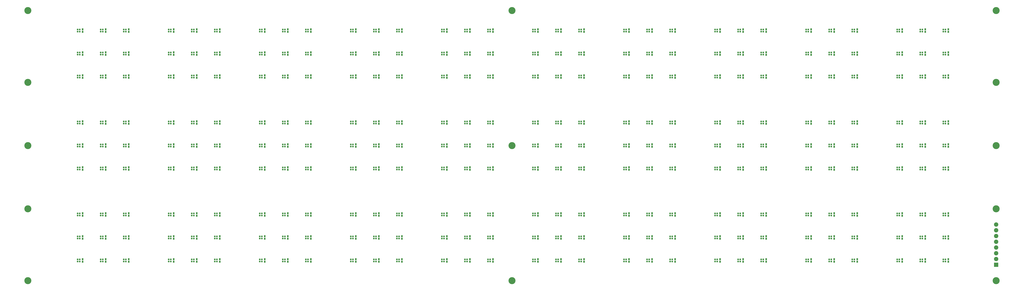
<source format=gts>
G04 Layer: TopSolderMaskLayer*
G04 EasyEDA v6.5.34, 2023-08-22 01:37:47*
G04 38117919441e4a75b8342165e9f31c87,5a6b42c53f6a479593ecc07194224c93,10*
G04 Gerber Generator version 0.2*
G04 Scale: 100 percent, Rotated: No, Reflected: No *
G04 Dimensions in millimeters *
G04 leading zeros omitted , absolute positions ,4 integer and 5 decimal *
%FSLAX45Y45*%
%MOMM*%

%AMMACRO1*1,1,$1,$2,$3*1,1,$1,$4,$5*1,1,$1,0-$2,0-$3*1,1,$1,0-$4,0-$5*20,1,$1,$2,$3,$4,$5,0*20,1,$1,$4,$5,0-$2,0-$3,0*20,1,$1,0-$2,0-$3,0-$4,0-$5,0*20,1,$1,0-$4,0-$5,$2,$3,0*4,1,4,$2,$3,$4,$5,0-$2,0-$3,0-$4,0-$5,$2,$3,0*%
%ADD10MACRO1,0.1016X-0.275X-0.275X-0.275X0.275*%
%ADD11MACRO1,0.1016X0.27X-0.395X-0.27X-0.395*%
%ADD12MACRO1,0.1016X0.27X0.395X-0.27X0.395*%
%ADD13MACRO1,0.1016X0.9X-0.9X0.9X0.9*%
%ADD14C,1.9016*%
%ADD15C,3.1016*%
%ADD16C,0.0125*%

%LPD*%
D10*
G01*
X35106008Y1571517D03*
G01*
X35106008Y1476495D03*
G01*
X35201024Y1476495D03*
G01*
X35201029Y1571518D03*
G01*
X35106008Y2587514D03*
G01*
X35106008Y2492493D03*
G01*
X35201024Y2492493D03*
G01*
X35201029Y2587515D03*
G01*
X35106008Y3603511D03*
G01*
X35106008Y3508490D03*
G01*
X35201024Y3508490D03*
G01*
X35201029Y3603513D03*
G01*
X34090010Y1571517D03*
G01*
X34090010Y1476495D03*
G01*
X34185026Y1476495D03*
G01*
X34185031Y1571518D03*
G01*
X34090010Y2587514D03*
G01*
X34090010Y2492493D03*
G01*
X34185026Y2492493D03*
G01*
X34185031Y2587515D03*
G01*
X34090010Y3603511D03*
G01*
X34090010Y3508490D03*
G01*
X34185026Y3508490D03*
G01*
X34185031Y3603513D03*
G01*
X33074013Y1571517D03*
G01*
X33074013Y1476495D03*
G01*
X33169029Y1476495D03*
G01*
X33169034Y1571518D03*
G01*
X33074013Y2587514D03*
G01*
X33074013Y2492493D03*
G01*
X33169029Y2492493D03*
G01*
X33169034Y2587515D03*
G01*
X33074013Y3603511D03*
G01*
X33074013Y3508490D03*
G01*
X33169029Y3508490D03*
G01*
X33169034Y3603513D03*
D11*
G01*
X33299333Y3610498D03*
D12*
G01*
X33299333Y3501486D03*
D11*
G01*
X33299333Y2594500D03*
D12*
G01*
X33299333Y2485489D03*
D11*
G01*
X33299333Y1578503D03*
D12*
G01*
X33299333Y1469491D03*
D11*
G01*
X34315333Y3610498D03*
D12*
G01*
X34315333Y3501486D03*
D11*
G01*
X34315333Y2594500D03*
D12*
G01*
X34315333Y2485489D03*
D11*
G01*
X34315333Y1578503D03*
D12*
G01*
X34315333Y1469491D03*
D11*
G01*
X35331331Y3610498D03*
D12*
G01*
X35331331Y3501486D03*
D11*
G01*
X35331331Y2594500D03*
D12*
G01*
X35331331Y2485489D03*
D11*
G01*
X35331331Y1578503D03*
D12*
G01*
X35331331Y1469491D03*
D10*
G01*
X31092815Y1571517D03*
G01*
X31092815Y1476495D03*
G01*
X31187831Y1476495D03*
G01*
X31187837Y1571518D03*
G01*
X31092815Y2587514D03*
G01*
X31092815Y2492493D03*
G01*
X31187831Y2492493D03*
G01*
X31187837Y2587515D03*
G01*
X31092815Y3603511D03*
G01*
X31092815Y3508490D03*
G01*
X31187831Y3508490D03*
G01*
X31187837Y3603513D03*
G01*
X30076818Y1571517D03*
G01*
X30076818Y1476495D03*
G01*
X30171834Y1476495D03*
G01*
X30171839Y1571518D03*
G01*
X30076818Y2587514D03*
G01*
X30076818Y2492493D03*
G01*
X30171834Y2492493D03*
G01*
X30171839Y2587515D03*
G01*
X30076818Y3603511D03*
G01*
X30076818Y3508490D03*
G01*
X30171834Y3508490D03*
G01*
X30171839Y3603513D03*
G01*
X29060820Y1571517D03*
G01*
X29060820Y1476495D03*
G01*
X29155837Y1476495D03*
G01*
X29155842Y1571518D03*
G01*
X29060820Y2587514D03*
G01*
X29060820Y2492493D03*
G01*
X29155837Y2492493D03*
G01*
X29155842Y2587515D03*
G01*
X29060820Y3603511D03*
G01*
X29060820Y3508490D03*
G01*
X29155837Y3508490D03*
G01*
X29155842Y3603513D03*
D11*
G01*
X29286141Y3610498D03*
D12*
G01*
X29286141Y3501486D03*
D11*
G01*
X29286141Y2594500D03*
D12*
G01*
X29286141Y2485489D03*
D11*
G01*
X29286141Y1578503D03*
D12*
G01*
X29286141Y1469491D03*
D11*
G01*
X30302141Y3610498D03*
D12*
G01*
X30302141Y3501486D03*
D11*
G01*
X30302141Y2594500D03*
D12*
G01*
X30302141Y2485489D03*
D11*
G01*
X30302141Y1578503D03*
D12*
G01*
X30302141Y1469491D03*
D11*
G01*
X31318139Y3610498D03*
D12*
G01*
X31318139Y3501486D03*
D11*
G01*
X31318139Y2594500D03*
D12*
G01*
X31318139Y2485489D03*
D11*
G01*
X31318139Y1578503D03*
D12*
G01*
X31318139Y1469491D03*
D10*
G01*
X27079623Y1571517D03*
G01*
X27079623Y1476495D03*
G01*
X27174639Y1476495D03*
G01*
X27174644Y1571518D03*
G01*
X27079623Y2587514D03*
G01*
X27079623Y2492493D03*
G01*
X27174639Y2492493D03*
G01*
X27174644Y2587515D03*
G01*
X27079623Y3603511D03*
G01*
X27079623Y3508490D03*
G01*
X27174639Y3508490D03*
G01*
X27174644Y3603513D03*
G01*
X26063625Y1571517D03*
G01*
X26063625Y1476495D03*
G01*
X26158642Y1476495D03*
G01*
X26158647Y1571518D03*
G01*
X26063625Y2587514D03*
G01*
X26063625Y2492493D03*
G01*
X26158642Y2492493D03*
G01*
X26158647Y2587515D03*
G01*
X26063625Y3603511D03*
G01*
X26063625Y3508490D03*
G01*
X26158642Y3508490D03*
G01*
X26158647Y3603513D03*
G01*
X25047628Y1571517D03*
G01*
X25047628Y1476495D03*
G01*
X25142644Y1476495D03*
G01*
X25142649Y1571518D03*
G01*
X25047628Y2587514D03*
G01*
X25047628Y2492493D03*
G01*
X25142644Y2492493D03*
G01*
X25142649Y2587515D03*
G01*
X25047628Y3603511D03*
G01*
X25047628Y3508490D03*
G01*
X25142644Y3508490D03*
G01*
X25142649Y3603513D03*
D11*
G01*
X25272949Y3610498D03*
D12*
G01*
X25272949Y3501486D03*
D11*
G01*
X25272949Y2594500D03*
D12*
G01*
X25272949Y2485489D03*
D11*
G01*
X25272949Y1578503D03*
D12*
G01*
X25272949Y1469491D03*
D11*
G01*
X26288949Y3610498D03*
D12*
G01*
X26288949Y3501486D03*
D11*
G01*
X26288949Y2594500D03*
D12*
G01*
X26288949Y2485489D03*
D11*
G01*
X26288949Y1578503D03*
D12*
G01*
X26288949Y1469491D03*
D11*
G01*
X27304946Y3610498D03*
D12*
G01*
X27304946Y3501486D03*
D11*
G01*
X27304946Y2594500D03*
D12*
G01*
X27304946Y2485489D03*
D11*
G01*
X27304946Y1578503D03*
D12*
G01*
X27304946Y1469491D03*
D10*
G01*
X23066430Y1571517D03*
G01*
X23066430Y1476495D03*
G01*
X23161447Y1476495D03*
G01*
X23161452Y1571518D03*
G01*
X23066430Y2587514D03*
G01*
X23066430Y2492493D03*
G01*
X23161447Y2492493D03*
G01*
X23161452Y2587515D03*
G01*
X23066430Y3603511D03*
G01*
X23066430Y3508490D03*
G01*
X23161447Y3508490D03*
G01*
X23161452Y3603513D03*
G01*
X22050433Y1571517D03*
G01*
X22050433Y1476495D03*
G01*
X22145449Y1476495D03*
G01*
X22145454Y1571518D03*
G01*
X22050433Y2587514D03*
G01*
X22050433Y2492493D03*
G01*
X22145449Y2492493D03*
G01*
X22145454Y2587515D03*
G01*
X22050433Y3603511D03*
G01*
X22050433Y3508490D03*
G01*
X22145449Y3508490D03*
G01*
X22145454Y3603513D03*
G01*
X21034435Y1571517D03*
G01*
X21034435Y1476495D03*
G01*
X21129452Y1476495D03*
G01*
X21129457Y1571518D03*
G01*
X21034435Y2587514D03*
G01*
X21034435Y2492493D03*
G01*
X21129452Y2492493D03*
G01*
X21129457Y2587515D03*
G01*
X21034435Y3603511D03*
G01*
X21034435Y3508490D03*
G01*
X21129452Y3508490D03*
G01*
X21129457Y3603513D03*
D11*
G01*
X21259756Y3610498D03*
D12*
G01*
X21259756Y3501486D03*
D11*
G01*
X21259756Y2594500D03*
D12*
G01*
X21259756Y2485489D03*
D11*
G01*
X21259756Y1578503D03*
D12*
G01*
X21259756Y1469491D03*
D11*
G01*
X22275756Y3610498D03*
D12*
G01*
X22275756Y3501486D03*
D11*
G01*
X22275756Y2594500D03*
D12*
G01*
X22275756Y2485489D03*
D11*
G01*
X22275756Y1578503D03*
D12*
G01*
X22275756Y1469491D03*
D11*
G01*
X23291754Y3610498D03*
D12*
G01*
X23291754Y3501486D03*
D11*
G01*
X23291754Y2594500D03*
D12*
G01*
X23291754Y2485489D03*
D11*
G01*
X23291754Y1578503D03*
D12*
G01*
X23291754Y1469491D03*
D10*
G01*
X19053238Y1571517D03*
G01*
X19053238Y1476495D03*
G01*
X19148254Y1476495D03*
G01*
X19148259Y1571518D03*
G01*
X19053238Y2587514D03*
G01*
X19053238Y2492493D03*
G01*
X19148254Y2492493D03*
G01*
X19148259Y2587515D03*
G01*
X19053238Y3603511D03*
G01*
X19053238Y3508490D03*
G01*
X19148254Y3508490D03*
G01*
X19148259Y3603513D03*
G01*
X18037241Y1571517D03*
G01*
X18037241Y1476495D03*
G01*
X18132257Y1476495D03*
G01*
X18132262Y1571518D03*
G01*
X18037241Y2587514D03*
G01*
X18037241Y2492493D03*
G01*
X18132257Y2492493D03*
G01*
X18132262Y2587515D03*
G01*
X18037241Y3603511D03*
G01*
X18037241Y3508490D03*
G01*
X18132257Y3508490D03*
G01*
X18132262Y3603513D03*
G01*
X17021243Y1571517D03*
G01*
X17021243Y1476495D03*
G01*
X17116259Y1476495D03*
G01*
X17116264Y1571518D03*
G01*
X17021243Y2587514D03*
G01*
X17021243Y2492493D03*
G01*
X17116259Y2492493D03*
G01*
X17116264Y2587515D03*
G01*
X17021243Y3603511D03*
G01*
X17021243Y3508490D03*
G01*
X17116259Y3508490D03*
G01*
X17116264Y3603513D03*
D11*
G01*
X17246564Y3610498D03*
D12*
G01*
X17246564Y3501486D03*
D11*
G01*
X17246564Y2594500D03*
D12*
G01*
X17246564Y2485489D03*
D11*
G01*
X17246564Y1578503D03*
D12*
G01*
X17246564Y1469491D03*
D11*
G01*
X18262564Y3610498D03*
D12*
G01*
X18262564Y3501486D03*
D11*
G01*
X18262564Y2594500D03*
D12*
G01*
X18262564Y2485489D03*
D11*
G01*
X18262564Y1578503D03*
D12*
G01*
X18262564Y1469491D03*
D11*
G01*
X19278561Y3610498D03*
D12*
G01*
X19278561Y3501486D03*
D11*
G01*
X19278561Y2594500D03*
D12*
G01*
X19278561Y2485489D03*
D11*
G01*
X19278561Y1578503D03*
D12*
G01*
X19278561Y1469491D03*
D10*
G01*
X15040048Y1571517D03*
G01*
X15040048Y1476495D03*
G01*
X15135064Y1476495D03*
G01*
X15135070Y1571518D03*
G01*
X15040048Y2587514D03*
G01*
X15040048Y2492493D03*
G01*
X15135064Y2492493D03*
G01*
X15135070Y2587515D03*
G01*
X15040048Y3603511D03*
G01*
X15040048Y3508490D03*
G01*
X15135064Y3508490D03*
G01*
X15135070Y3603513D03*
G01*
X14024051Y1571517D03*
G01*
X14024051Y1476495D03*
G01*
X14119067Y1476495D03*
G01*
X14119072Y1571518D03*
G01*
X14024051Y2587514D03*
G01*
X14024051Y2492493D03*
G01*
X14119067Y2492493D03*
G01*
X14119072Y2587515D03*
G01*
X14024051Y3603511D03*
G01*
X14024051Y3508490D03*
G01*
X14119067Y3508490D03*
G01*
X14119072Y3603513D03*
G01*
X13008053Y1571517D03*
G01*
X13008053Y1476495D03*
G01*
X13103070Y1476495D03*
G01*
X13103075Y1571518D03*
G01*
X13008053Y2587514D03*
G01*
X13008053Y2492493D03*
G01*
X13103070Y2492493D03*
G01*
X13103075Y2587515D03*
G01*
X13008053Y3603511D03*
G01*
X13008053Y3508490D03*
G01*
X13103070Y3508490D03*
G01*
X13103075Y3603513D03*
D11*
G01*
X13233374Y3610498D03*
D12*
G01*
X13233374Y3501486D03*
D11*
G01*
X13233374Y2594500D03*
D12*
G01*
X13233374Y2485489D03*
D11*
G01*
X13233374Y1578503D03*
D12*
G01*
X13233374Y1469491D03*
D11*
G01*
X14249374Y3610498D03*
D12*
G01*
X14249374Y3501486D03*
D11*
G01*
X14249374Y2594500D03*
D12*
G01*
X14249374Y2485489D03*
D11*
G01*
X14249374Y1578503D03*
D12*
G01*
X14249374Y1469491D03*
D11*
G01*
X15265372Y3610498D03*
D12*
G01*
X15265372Y3501486D03*
D11*
G01*
X15265372Y2594500D03*
D12*
G01*
X15265372Y2485489D03*
D11*
G01*
X15265372Y1578503D03*
D12*
G01*
X15265372Y1469491D03*
D10*
G01*
X11026856Y1571517D03*
G01*
X11026856Y1476495D03*
G01*
X11121872Y1476495D03*
G01*
X11121877Y1571518D03*
G01*
X11026856Y2587514D03*
G01*
X11026856Y2492493D03*
G01*
X11121872Y2492493D03*
G01*
X11121877Y2587515D03*
G01*
X11026856Y3603511D03*
G01*
X11026856Y3508490D03*
G01*
X11121872Y3508490D03*
G01*
X11121877Y3603513D03*
G01*
X10010858Y1571517D03*
G01*
X10010858Y1476495D03*
G01*
X10105875Y1476495D03*
G01*
X10105880Y1571518D03*
G01*
X10010858Y2587514D03*
G01*
X10010858Y2492493D03*
G01*
X10105875Y2492493D03*
G01*
X10105880Y2587515D03*
G01*
X10010858Y3603511D03*
G01*
X10010858Y3508490D03*
G01*
X10105875Y3508490D03*
G01*
X10105880Y3603513D03*
G01*
X8994861Y1571517D03*
G01*
X8994861Y1476495D03*
G01*
X9089877Y1476495D03*
G01*
X9089882Y1571518D03*
G01*
X8994861Y2587514D03*
G01*
X8994861Y2492493D03*
G01*
X9089877Y2492493D03*
G01*
X9089882Y2587515D03*
G01*
X8994861Y3603511D03*
G01*
X8994861Y3508490D03*
G01*
X9089877Y3508490D03*
G01*
X9089882Y3603513D03*
D11*
G01*
X9220182Y3610498D03*
D12*
G01*
X9220182Y3501486D03*
D11*
G01*
X9220182Y2594500D03*
D12*
G01*
X9220182Y2485489D03*
D11*
G01*
X9220182Y1578503D03*
D12*
G01*
X9220182Y1469491D03*
D11*
G01*
X10236182Y3610498D03*
D12*
G01*
X10236182Y3501486D03*
D11*
G01*
X10236182Y2594500D03*
D12*
G01*
X10236182Y2485489D03*
D11*
G01*
X10236182Y1578503D03*
D12*
G01*
X10236182Y1469491D03*
D11*
G01*
X11252179Y3610498D03*
D12*
G01*
X11252179Y3501486D03*
D11*
G01*
X11252179Y2594500D03*
D12*
G01*
X11252179Y2485489D03*
D11*
G01*
X11252179Y1578503D03*
D12*
G01*
X11252179Y1469491D03*
D10*
G01*
X7013663Y1571517D03*
G01*
X7013663Y1476495D03*
G01*
X7108680Y1476495D03*
G01*
X7108685Y1571518D03*
G01*
X7013663Y2587514D03*
G01*
X7013663Y2492493D03*
G01*
X7108680Y2492493D03*
G01*
X7108685Y2587515D03*
G01*
X7013663Y3603511D03*
G01*
X7013663Y3508490D03*
G01*
X7108680Y3508490D03*
G01*
X7108685Y3603513D03*
G01*
X5997666Y1571517D03*
G01*
X5997666Y1476495D03*
G01*
X6092682Y1476495D03*
G01*
X6092687Y1571518D03*
G01*
X5997666Y2587514D03*
G01*
X5997666Y2492493D03*
G01*
X6092682Y2492493D03*
G01*
X6092687Y2587515D03*
G01*
X5997666Y3603511D03*
G01*
X5997666Y3508490D03*
G01*
X6092682Y3508490D03*
G01*
X6092687Y3603513D03*
G01*
X4981668Y1571517D03*
G01*
X4981668Y1476495D03*
G01*
X5076685Y1476495D03*
G01*
X5076690Y1571518D03*
G01*
X4981668Y2587514D03*
G01*
X4981668Y2492493D03*
G01*
X5076685Y2492493D03*
G01*
X5076690Y2587515D03*
G01*
X4981668Y3603511D03*
G01*
X4981668Y3508490D03*
G01*
X5076685Y3508490D03*
G01*
X5076690Y3603513D03*
D11*
G01*
X5206989Y3610498D03*
D12*
G01*
X5206989Y3501486D03*
D11*
G01*
X5206989Y2594500D03*
D12*
G01*
X5206989Y2485489D03*
D11*
G01*
X5206989Y1578503D03*
D12*
G01*
X5206989Y1469491D03*
D11*
G01*
X6222989Y3610498D03*
D12*
G01*
X6222989Y3501486D03*
D11*
G01*
X6222989Y2594500D03*
D12*
G01*
X6222989Y2485489D03*
D11*
G01*
X6222989Y1578503D03*
D12*
G01*
X6222989Y1469491D03*
D11*
G01*
X7238987Y3610498D03*
D12*
G01*
X7238987Y3501486D03*
D11*
G01*
X7238987Y2594500D03*
D12*
G01*
X7238987Y2485489D03*
D11*
G01*
X7238987Y1578503D03*
D12*
G01*
X7238987Y1469491D03*
D10*
G01*
X43132390Y5635509D03*
G01*
X43132390Y5540488D03*
G01*
X43227406Y5540488D03*
G01*
X43227411Y5635510D03*
G01*
X43132390Y6651506D03*
G01*
X43132390Y6556485D03*
G01*
X43227406Y6556485D03*
G01*
X43227411Y6651508D03*
G01*
X43132390Y7667504D03*
G01*
X43132390Y7572482D03*
G01*
X43227406Y7572482D03*
G01*
X43227411Y7667505D03*
G01*
X42116392Y5635509D03*
G01*
X42116392Y5540488D03*
G01*
X42211409Y5540488D03*
G01*
X42211414Y5635510D03*
G01*
X42116392Y6651506D03*
G01*
X42116392Y6556485D03*
G01*
X42211409Y6556485D03*
G01*
X42211414Y6651508D03*
G01*
X42116392Y7667504D03*
G01*
X42116392Y7572482D03*
G01*
X42211409Y7572482D03*
G01*
X42211414Y7667505D03*
G01*
X41100395Y5635509D03*
G01*
X41100395Y5540488D03*
G01*
X41195411Y5540488D03*
G01*
X41195416Y5635510D03*
G01*
X41100395Y6651506D03*
G01*
X41100395Y6556485D03*
G01*
X41195411Y6556485D03*
G01*
X41195416Y6651508D03*
G01*
X41100395Y7667504D03*
G01*
X41100395Y7572482D03*
G01*
X41195411Y7572482D03*
G01*
X41195416Y7667505D03*
D11*
G01*
X41325716Y7674490D03*
D12*
G01*
X41325716Y7565478D03*
D11*
G01*
X41325716Y6658493D03*
D12*
G01*
X41325716Y6549481D03*
D11*
G01*
X41325716Y5642495D03*
D12*
G01*
X41325716Y5533483D03*
D11*
G01*
X42341716Y7674490D03*
D12*
G01*
X42341716Y7565478D03*
D11*
G01*
X42341716Y6658493D03*
D12*
G01*
X42341716Y6549481D03*
D11*
G01*
X42341716Y5642495D03*
D12*
G01*
X42341716Y5533483D03*
D11*
G01*
X43357713Y7674490D03*
D12*
G01*
X43357713Y7565478D03*
D11*
G01*
X43357713Y6658493D03*
D12*
G01*
X43357713Y6549481D03*
D11*
G01*
X43357713Y5642495D03*
D12*
G01*
X43357713Y5533483D03*
D10*
G01*
X39119200Y5635509D03*
G01*
X39119200Y5540488D03*
G01*
X39214216Y5540488D03*
G01*
X39214221Y5635510D03*
G01*
X39119200Y6651506D03*
G01*
X39119200Y6556485D03*
G01*
X39214216Y6556485D03*
G01*
X39214221Y6651508D03*
G01*
X39119200Y7667504D03*
G01*
X39119200Y7572482D03*
G01*
X39214216Y7572482D03*
G01*
X39214221Y7667505D03*
G01*
X38103202Y5635509D03*
G01*
X38103202Y5540488D03*
G01*
X38198219Y5540488D03*
G01*
X38198224Y5635510D03*
G01*
X38103202Y6651506D03*
G01*
X38103202Y6556485D03*
G01*
X38198219Y6556485D03*
G01*
X38198224Y6651508D03*
G01*
X38103202Y7667504D03*
G01*
X38103202Y7572482D03*
G01*
X38198219Y7572482D03*
G01*
X38198224Y7667505D03*
G01*
X37087205Y5635509D03*
G01*
X37087205Y5540488D03*
G01*
X37182221Y5540488D03*
G01*
X37182226Y5635510D03*
G01*
X37087205Y6651506D03*
G01*
X37087205Y6556485D03*
G01*
X37182221Y6556485D03*
G01*
X37182226Y6651508D03*
G01*
X37087205Y7667504D03*
G01*
X37087205Y7572482D03*
G01*
X37182221Y7572482D03*
G01*
X37182226Y7667505D03*
D11*
G01*
X37312526Y7674490D03*
D12*
G01*
X37312526Y7565478D03*
D11*
G01*
X37312526Y6658493D03*
D12*
G01*
X37312526Y6549481D03*
D11*
G01*
X37312526Y5642495D03*
D12*
G01*
X37312526Y5533483D03*
D11*
G01*
X38328526Y7674490D03*
D12*
G01*
X38328526Y7565478D03*
D11*
G01*
X38328526Y6658493D03*
D12*
G01*
X38328526Y6549481D03*
D11*
G01*
X38328526Y5642495D03*
D12*
G01*
X38328526Y5533483D03*
D11*
G01*
X39344523Y7674490D03*
D12*
G01*
X39344523Y7565478D03*
D11*
G01*
X39344523Y6658493D03*
D12*
G01*
X39344523Y6549481D03*
D11*
G01*
X39344523Y5642495D03*
D12*
G01*
X39344523Y5533483D03*
D10*
G01*
X35106008Y5635509D03*
G01*
X35106008Y5540488D03*
G01*
X35201024Y5540488D03*
G01*
X35201029Y5635510D03*
G01*
X35106008Y6651506D03*
G01*
X35106008Y6556485D03*
G01*
X35201024Y6556485D03*
G01*
X35201029Y6651508D03*
G01*
X35106008Y7667504D03*
G01*
X35106008Y7572482D03*
G01*
X35201024Y7572482D03*
G01*
X35201029Y7667505D03*
G01*
X34090010Y5635509D03*
G01*
X34090010Y5540488D03*
G01*
X34185026Y5540488D03*
G01*
X34185031Y5635510D03*
G01*
X34090010Y6651506D03*
G01*
X34090010Y6556485D03*
G01*
X34185026Y6556485D03*
G01*
X34185031Y6651508D03*
G01*
X34090010Y7667504D03*
G01*
X34090010Y7572482D03*
G01*
X34185026Y7572482D03*
G01*
X34185031Y7667505D03*
G01*
X33074013Y5635509D03*
G01*
X33074013Y5540488D03*
G01*
X33169029Y5540488D03*
G01*
X33169034Y5635510D03*
G01*
X33074013Y6651506D03*
G01*
X33074013Y6556485D03*
G01*
X33169029Y6556485D03*
G01*
X33169034Y6651508D03*
G01*
X33074013Y7667504D03*
G01*
X33074013Y7572482D03*
G01*
X33169029Y7572482D03*
G01*
X33169034Y7667505D03*
D11*
G01*
X33299333Y7674490D03*
D12*
G01*
X33299333Y7565478D03*
D11*
G01*
X33299333Y6658493D03*
D12*
G01*
X33299333Y6549481D03*
D11*
G01*
X33299333Y5642495D03*
D12*
G01*
X33299333Y5533483D03*
D11*
G01*
X34315333Y7674490D03*
D12*
G01*
X34315333Y7565478D03*
D11*
G01*
X34315333Y6658493D03*
D12*
G01*
X34315333Y6549481D03*
D11*
G01*
X34315333Y5642495D03*
D12*
G01*
X34315333Y5533483D03*
D11*
G01*
X35331331Y7674490D03*
D12*
G01*
X35331331Y7565478D03*
D11*
G01*
X35331331Y6658493D03*
D12*
G01*
X35331331Y6549481D03*
D11*
G01*
X35331331Y5642495D03*
D12*
G01*
X35331331Y5533483D03*
D10*
G01*
X31092815Y5635509D03*
G01*
X31092815Y5540488D03*
G01*
X31187831Y5540488D03*
G01*
X31187837Y5635510D03*
G01*
X31092815Y6651506D03*
G01*
X31092815Y6556485D03*
G01*
X31187831Y6556485D03*
G01*
X31187837Y6651508D03*
G01*
X31092815Y7667504D03*
G01*
X31092815Y7572482D03*
G01*
X31187831Y7572482D03*
G01*
X31187837Y7667505D03*
G01*
X30076818Y5635509D03*
G01*
X30076818Y5540488D03*
G01*
X30171834Y5540488D03*
G01*
X30171839Y5635510D03*
G01*
X30076818Y6651506D03*
G01*
X30076818Y6556485D03*
G01*
X30171834Y6556485D03*
G01*
X30171839Y6651508D03*
G01*
X30076818Y7667504D03*
G01*
X30076818Y7572482D03*
G01*
X30171834Y7572482D03*
G01*
X30171839Y7667505D03*
G01*
X29060820Y5635509D03*
G01*
X29060820Y5540488D03*
G01*
X29155837Y5540488D03*
G01*
X29155842Y5635510D03*
G01*
X29060820Y6651506D03*
G01*
X29060820Y6556485D03*
G01*
X29155837Y6556485D03*
G01*
X29155842Y6651508D03*
G01*
X29060820Y7667504D03*
G01*
X29060820Y7572482D03*
G01*
X29155837Y7572482D03*
G01*
X29155842Y7667505D03*
D11*
G01*
X29286141Y7674490D03*
D12*
G01*
X29286141Y7565478D03*
D11*
G01*
X29286141Y6658493D03*
D12*
G01*
X29286141Y6549481D03*
D11*
G01*
X29286141Y5642495D03*
D12*
G01*
X29286141Y5533483D03*
D11*
G01*
X30302141Y7674490D03*
D12*
G01*
X30302141Y7565478D03*
D11*
G01*
X30302141Y6658493D03*
D12*
G01*
X30302141Y6549481D03*
D11*
G01*
X30302141Y5642495D03*
D12*
G01*
X30302141Y5533483D03*
D11*
G01*
X31318139Y7674490D03*
D12*
G01*
X31318139Y7565478D03*
D11*
G01*
X31318139Y6658493D03*
D12*
G01*
X31318139Y6549481D03*
D11*
G01*
X31318139Y5642495D03*
D12*
G01*
X31318139Y5533483D03*
D10*
G01*
X27079623Y5635509D03*
G01*
X27079623Y5540488D03*
G01*
X27174639Y5540488D03*
G01*
X27174644Y5635510D03*
G01*
X27079623Y6651506D03*
G01*
X27079623Y6556485D03*
G01*
X27174639Y6556485D03*
G01*
X27174644Y6651508D03*
G01*
X27079623Y7667504D03*
G01*
X27079623Y7572482D03*
G01*
X27174639Y7572482D03*
G01*
X27174644Y7667505D03*
G01*
X26063625Y5635509D03*
G01*
X26063625Y5540488D03*
G01*
X26158642Y5540488D03*
G01*
X26158647Y5635510D03*
G01*
X26063625Y6651506D03*
G01*
X26063625Y6556485D03*
G01*
X26158642Y6556485D03*
G01*
X26158647Y6651508D03*
G01*
X26063625Y7667504D03*
G01*
X26063625Y7572482D03*
G01*
X26158642Y7572482D03*
G01*
X26158647Y7667505D03*
G01*
X25047628Y5635509D03*
G01*
X25047628Y5540488D03*
G01*
X25142644Y5540488D03*
G01*
X25142649Y5635510D03*
G01*
X25047628Y6651506D03*
G01*
X25047628Y6556485D03*
G01*
X25142644Y6556485D03*
G01*
X25142649Y6651508D03*
G01*
X25047628Y7667504D03*
G01*
X25047628Y7572482D03*
G01*
X25142644Y7572482D03*
G01*
X25142649Y7667505D03*
D11*
G01*
X25272949Y7674490D03*
D12*
G01*
X25272949Y7565478D03*
D11*
G01*
X25272949Y6658493D03*
D12*
G01*
X25272949Y6549481D03*
D11*
G01*
X25272949Y5642495D03*
D12*
G01*
X25272949Y5533483D03*
D11*
G01*
X26288949Y7674490D03*
D12*
G01*
X26288949Y7565478D03*
D11*
G01*
X26288949Y6658493D03*
D12*
G01*
X26288949Y6549481D03*
D11*
G01*
X26288949Y5642495D03*
D12*
G01*
X26288949Y5533483D03*
D11*
G01*
X27304946Y7674490D03*
D12*
G01*
X27304946Y7565478D03*
D11*
G01*
X27304946Y6658493D03*
D12*
G01*
X27304946Y6549481D03*
D11*
G01*
X27304946Y5642495D03*
D12*
G01*
X27304946Y5533483D03*
D10*
G01*
X23066430Y5635509D03*
G01*
X23066430Y5540488D03*
G01*
X23161447Y5540488D03*
G01*
X23161452Y5635510D03*
G01*
X23066430Y6651506D03*
G01*
X23066430Y6556485D03*
G01*
X23161447Y6556485D03*
G01*
X23161452Y6651508D03*
G01*
X23066430Y7667504D03*
G01*
X23066430Y7572482D03*
G01*
X23161447Y7572482D03*
G01*
X23161452Y7667505D03*
G01*
X22050433Y5635509D03*
G01*
X22050433Y5540488D03*
G01*
X22145449Y5540488D03*
G01*
X22145454Y5635510D03*
G01*
X22050433Y6651506D03*
G01*
X22050433Y6556485D03*
G01*
X22145449Y6556485D03*
G01*
X22145454Y6651508D03*
G01*
X22050433Y7667504D03*
G01*
X22050433Y7572482D03*
G01*
X22145449Y7572482D03*
G01*
X22145454Y7667505D03*
G01*
X21034435Y5635509D03*
G01*
X21034435Y5540488D03*
G01*
X21129452Y5540488D03*
G01*
X21129457Y5635510D03*
G01*
X21034435Y6651506D03*
G01*
X21034435Y6556485D03*
G01*
X21129452Y6556485D03*
G01*
X21129457Y6651508D03*
G01*
X21034435Y7667504D03*
G01*
X21034435Y7572482D03*
G01*
X21129452Y7572482D03*
G01*
X21129457Y7667505D03*
D11*
G01*
X21259756Y7674490D03*
D12*
G01*
X21259756Y7565478D03*
D11*
G01*
X21259756Y6658493D03*
D12*
G01*
X21259756Y6549481D03*
D11*
G01*
X21259756Y5642495D03*
D12*
G01*
X21259756Y5533483D03*
D11*
G01*
X22275756Y7674490D03*
D12*
G01*
X22275756Y7565478D03*
D11*
G01*
X22275756Y6658493D03*
D12*
G01*
X22275756Y6549481D03*
D11*
G01*
X22275756Y5642495D03*
D12*
G01*
X22275756Y5533483D03*
D11*
G01*
X23291754Y7674490D03*
D12*
G01*
X23291754Y7565478D03*
D11*
G01*
X23291754Y6658493D03*
D12*
G01*
X23291754Y6549481D03*
D11*
G01*
X23291754Y5642495D03*
D12*
G01*
X23291754Y5533483D03*
D10*
G01*
X19053238Y5635509D03*
G01*
X19053238Y5540488D03*
G01*
X19148254Y5540488D03*
G01*
X19148259Y5635510D03*
G01*
X19053238Y6651506D03*
G01*
X19053238Y6556485D03*
G01*
X19148254Y6556485D03*
G01*
X19148259Y6651508D03*
G01*
X19053238Y7667504D03*
G01*
X19053238Y7572482D03*
G01*
X19148254Y7572482D03*
G01*
X19148259Y7667505D03*
G01*
X18037241Y5635509D03*
G01*
X18037241Y5540488D03*
G01*
X18132257Y5540488D03*
G01*
X18132262Y5635510D03*
G01*
X18037241Y6651506D03*
G01*
X18037241Y6556485D03*
G01*
X18132257Y6556485D03*
G01*
X18132262Y6651508D03*
G01*
X18037241Y7667504D03*
G01*
X18037241Y7572482D03*
G01*
X18132257Y7572482D03*
G01*
X18132262Y7667505D03*
G01*
X17021243Y5635509D03*
G01*
X17021243Y5540488D03*
G01*
X17116259Y5540488D03*
G01*
X17116264Y5635510D03*
G01*
X17021243Y6651506D03*
G01*
X17021243Y6556485D03*
G01*
X17116259Y6556485D03*
G01*
X17116264Y6651508D03*
G01*
X17021243Y7667504D03*
G01*
X17021243Y7572482D03*
G01*
X17116259Y7572482D03*
G01*
X17116264Y7667505D03*
D11*
G01*
X17246564Y7674490D03*
D12*
G01*
X17246564Y7565478D03*
D11*
G01*
X17246564Y6658493D03*
D12*
G01*
X17246564Y6549481D03*
D11*
G01*
X17246564Y5642495D03*
D12*
G01*
X17246564Y5533483D03*
D11*
G01*
X18262564Y7674490D03*
D12*
G01*
X18262564Y7565478D03*
D11*
G01*
X18262564Y6658493D03*
D12*
G01*
X18262564Y6549481D03*
D11*
G01*
X18262564Y5642495D03*
D12*
G01*
X18262564Y5533483D03*
D11*
G01*
X19278561Y7674490D03*
D12*
G01*
X19278561Y7565478D03*
D11*
G01*
X19278561Y6658493D03*
D12*
G01*
X19278561Y6549481D03*
D11*
G01*
X19278561Y5642495D03*
D12*
G01*
X19278561Y5533483D03*
D10*
G01*
X15040048Y5635509D03*
G01*
X15040048Y5540488D03*
G01*
X15135064Y5540488D03*
G01*
X15135070Y5635510D03*
G01*
X15040048Y6651506D03*
G01*
X15040048Y6556485D03*
G01*
X15135064Y6556485D03*
G01*
X15135070Y6651508D03*
G01*
X15040048Y7667504D03*
G01*
X15040048Y7572482D03*
G01*
X15135064Y7572482D03*
G01*
X15135070Y7667505D03*
G01*
X14024051Y5635509D03*
G01*
X14024051Y5540488D03*
G01*
X14119067Y5540488D03*
G01*
X14119072Y5635510D03*
G01*
X14024051Y6651506D03*
G01*
X14024051Y6556485D03*
G01*
X14119067Y6556485D03*
G01*
X14119072Y6651508D03*
G01*
X14024051Y7667504D03*
G01*
X14024051Y7572482D03*
G01*
X14119067Y7572482D03*
G01*
X14119072Y7667505D03*
G01*
X13008053Y5635509D03*
G01*
X13008053Y5540488D03*
G01*
X13103070Y5540488D03*
G01*
X13103075Y5635510D03*
G01*
X13008053Y6651506D03*
G01*
X13008053Y6556485D03*
G01*
X13103070Y6556485D03*
G01*
X13103075Y6651508D03*
G01*
X13008053Y7667504D03*
G01*
X13008053Y7572482D03*
G01*
X13103070Y7572482D03*
G01*
X13103075Y7667505D03*
D11*
G01*
X13233374Y7674490D03*
D12*
G01*
X13233374Y7565478D03*
D11*
G01*
X13233374Y6658493D03*
D12*
G01*
X13233374Y6549481D03*
D11*
G01*
X13233374Y5642495D03*
D12*
G01*
X13233374Y5533483D03*
D11*
G01*
X14249374Y7674490D03*
D12*
G01*
X14249374Y7565478D03*
D11*
G01*
X14249374Y6658493D03*
D12*
G01*
X14249374Y6549481D03*
D11*
G01*
X14249374Y5642495D03*
D12*
G01*
X14249374Y5533483D03*
D11*
G01*
X15265372Y7674490D03*
D12*
G01*
X15265372Y7565478D03*
D11*
G01*
X15265372Y6658493D03*
D12*
G01*
X15265372Y6549481D03*
D11*
G01*
X15265372Y5642495D03*
D12*
G01*
X15265372Y5533483D03*
D10*
G01*
X11026856Y5635509D03*
G01*
X11026856Y5540488D03*
G01*
X11121872Y5540488D03*
G01*
X11121877Y5635510D03*
G01*
X11026856Y6651506D03*
G01*
X11026856Y6556485D03*
G01*
X11121872Y6556485D03*
G01*
X11121877Y6651508D03*
G01*
X11026856Y7667504D03*
G01*
X11026856Y7572482D03*
G01*
X11121872Y7572482D03*
G01*
X11121877Y7667505D03*
G01*
X10010858Y5635509D03*
G01*
X10010858Y5540488D03*
G01*
X10105875Y5540488D03*
G01*
X10105880Y5635510D03*
G01*
X10010858Y6651506D03*
G01*
X10010858Y6556485D03*
G01*
X10105875Y6556485D03*
G01*
X10105880Y6651508D03*
G01*
X10010858Y7667504D03*
G01*
X10010858Y7572482D03*
G01*
X10105875Y7572482D03*
G01*
X10105880Y7667505D03*
G01*
X8994861Y5635509D03*
G01*
X8994861Y5540488D03*
G01*
X9089877Y5540488D03*
G01*
X9089882Y5635510D03*
G01*
X8994861Y6651506D03*
G01*
X8994861Y6556485D03*
G01*
X9089877Y6556485D03*
G01*
X9089882Y6651508D03*
G01*
X8994861Y7667504D03*
G01*
X8994861Y7572482D03*
G01*
X9089877Y7572482D03*
G01*
X9089882Y7667505D03*
D11*
G01*
X9220182Y7674490D03*
D12*
G01*
X9220182Y7565478D03*
D11*
G01*
X9220182Y6658493D03*
D12*
G01*
X9220182Y6549481D03*
D11*
G01*
X9220182Y5642495D03*
D12*
G01*
X9220182Y5533483D03*
D11*
G01*
X10236182Y7674490D03*
D12*
G01*
X10236182Y7565478D03*
D11*
G01*
X10236182Y6658493D03*
D12*
G01*
X10236182Y6549481D03*
D11*
G01*
X10236182Y5642495D03*
D12*
G01*
X10236182Y5533483D03*
D11*
G01*
X11252179Y7674490D03*
D12*
G01*
X11252179Y7565478D03*
D11*
G01*
X11252179Y6658493D03*
D12*
G01*
X11252179Y6549481D03*
D11*
G01*
X11252179Y5642495D03*
D12*
G01*
X11252179Y5533483D03*
D10*
G01*
X7013663Y5635509D03*
G01*
X7013663Y5540488D03*
G01*
X7108680Y5540488D03*
G01*
X7108685Y5635510D03*
G01*
X7013663Y6651506D03*
G01*
X7013663Y6556485D03*
G01*
X7108680Y6556485D03*
G01*
X7108685Y6651508D03*
G01*
X7013663Y7667504D03*
G01*
X7013663Y7572482D03*
G01*
X7108680Y7572482D03*
G01*
X7108685Y7667505D03*
G01*
X5997666Y5635509D03*
G01*
X5997666Y5540488D03*
G01*
X6092682Y5540488D03*
G01*
X6092687Y5635510D03*
G01*
X5997666Y6651506D03*
G01*
X5997666Y6556485D03*
G01*
X6092682Y6556485D03*
G01*
X6092687Y6651508D03*
G01*
X5997666Y7667504D03*
G01*
X5997666Y7572482D03*
G01*
X6092682Y7572482D03*
G01*
X6092687Y7667505D03*
G01*
X4981668Y5635509D03*
G01*
X4981668Y5540488D03*
G01*
X5076685Y5540488D03*
G01*
X5076690Y5635510D03*
G01*
X4981668Y6651506D03*
G01*
X4981668Y6556485D03*
G01*
X5076685Y6556485D03*
G01*
X5076690Y6651508D03*
G01*
X4981668Y7667504D03*
G01*
X4981668Y7572482D03*
G01*
X5076685Y7572482D03*
G01*
X5076690Y7667505D03*
D11*
G01*
X5206989Y7674490D03*
D12*
G01*
X5206989Y7565478D03*
D11*
G01*
X5206989Y6658493D03*
D12*
G01*
X5206989Y6549481D03*
D11*
G01*
X5206989Y5642495D03*
D12*
G01*
X5206989Y5533483D03*
D11*
G01*
X6222989Y7674490D03*
D12*
G01*
X6222989Y7565478D03*
D11*
G01*
X6222989Y6658493D03*
D12*
G01*
X6222989Y6549481D03*
D11*
G01*
X6222989Y5642495D03*
D12*
G01*
X6222989Y5533483D03*
D11*
G01*
X7238987Y7674490D03*
D12*
G01*
X7238987Y7565478D03*
D11*
G01*
X7238987Y6658493D03*
D12*
G01*
X7238987Y6549481D03*
D11*
G01*
X7238987Y5642495D03*
D12*
G01*
X7238987Y5533483D03*
D10*
G01*
X43132390Y9699501D03*
G01*
X43132390Y9604480D03*
G01*
X43227406Y9604480D03*
G01*
X43227411Y9699503D03*
G01*
X43132390Y10715499D03*
G01*
X43132390Y10620477D03*
G01*
X43227406Y10620477D03*
G01*
X43227411Y10715500D03*
G01*
X43132390Y11731496D03*
G01*
X43132390Y11636475D03*
G01*
X43227406Y11636475D03*
G01*
X43227411Y11731497D03*
G01*
X42116392Y9699501D03*
G01*
X42116392Y9604480D03*
G01*
X42211409Y9604480D03*
G01*
X42211414Y9699503D03*
G01*
X42116392Y10715499D03*
G01*
X42116392Y10620477D03*
G01*
X42211409Y10620477D03*
G01*
X42211414Y10715500D03*
G01*
X42116392Y11731496D03*
G01*
X42116392Y11636475D03*
G01*
X42211409Y11636475D03*
G01*
X42211414Y11731497D03*
G01*
X41100395Y9699501D03*
G01*
X41100395Y9604480D03*
G01*
X41195411Y9604480D03*
G01*
X41195416Y9699503D03*
G01*
X41100395Y10715499D03*
G01*
X41100395Y10620477D03*
G01*
X41195411Y10620477D03*
G01*
X41195416Y10715500D03*
G01*
X41100395Y11731496D03*
G01*
X41100395Y11636475D03*
G01*
X41195411Y11636475D03*
G01*
X41195416Y11731497D03*
D11*
G01*
X41325716Y11738483D03*
D12*
G01*
X41325716Y11629471D03*
D11*
G01*
X41325716Y10722485D03*
D12*
G01*
X41325716Y10613473D03*
D11*
G01*
X41325716Y9706488D03*
D12*
G01*
X41325716Y9597476D03*
D11*
G01*
X42341716Y11738483D03*
D12*
G01*
X42341716Y11629471D03*
D11*
G01*
X42341716Y10722485D03*
D12*
G01*
X42341716Y10613473D03*
D11*
G01*
X42341716Y9706488D03*
D12*
G01*
X42341716Y9597476D03*
D11*
G01*
X43357713Y11738483D03*
D12*
G01*
X43357713Y11629471D03*
D11*
G01*
X43357713Y10722485D03*
D12*
G01*
X43357713Y10613473D03*
D11*
G01*
X43357713Y9706488D03*
D12*
G01*
X43357713Y9597476D03*
D10*
G01*
X39119200Y9699501D03*
G01*
X39119200Y9604480D03*
G01*
X39214216Y9604480D03*
G01*
X39214221Y9699503D03*
G01*
X39119200Y10715499D03*
G01*
X39119200Y10620477D03*
G01*
X39214216Y10620477D03*
G01*
X39214221Y10715500D03*
G01*
X39119200Y11731496D03*
G01*
X39119200Y11636475D03*
G01*
X39214216Y11636475D03*
G01*
X39214221Y11731497D03*
G01*
X38103202Y9699501D03*
G01*
X38103202Y9604480D03*
G01*
X38198219Y9604480D03*
G01*
X38198224Y9699503D03*
G01*
X38103202Y10715499D03*
G01*
X38103202Y10620477D03*
G01*
X38198219Y10620477D03*
G01*
X38198224Y10715500D03*
G01*
X38103202Y11731496D03*
G01*
X38103202Y11636475D03*
G01*
X38198219Y11636475D03*
G01*
X38198224Y11731497D03*
G01*
X37087205Y9699501D03*
G01*
X37087205Y9604480D03*
G01*
X37182221Y9604480D03*
G01*
X37182226Y9699503D03*
G01*
X37087205Y10715499D03*
G01*
X37087205Y10620477D03*
G01*
X37182221Y10620477D03*
G01*
X37182226Y10715500D03*
G01*
X37087205Y11731496D03*
G01*
X37087205Y11636475D03*
G01*
X37182221Y11636475D03*
G01*
X37182226Y11731497D03*
D11*
G01*
X37312526Y11738483D03*
D12*
G01*
X37312526Y11629471D03*
D11*
G01*
X37312526Y10722485D03*
D12*
G01*
X37312526Y10613473D03*
D11*
G01*
X37312526Y9706488D03*
D12*
G01*
X37312526Y9597476D03*
D11*
G01*
X38328526Y11738483D03*
D12*
G01*
X38328526Y11629471D03*
D11*
G01*
X38328526Y10722485D03*
D12*
G01*
X38328526Y10613473D03*
D11*
G01*
X38328526Y9706488D03*
D12*
G01*
X38328526Y9597476D03*
D11*
G01*
X39344523Y11738483D03*
D12*
G01*
X39344523Y11629471D03*
D11*
G01*
X39344523Y10722485D03*
D12*
G01*
X39344523Y10613473D03*
D11*
G01*
X39344523Y9706488D03*
D12*
G01*
X39344523Y9597476D03*
D10*
G01*
X35106008Y9699501D03*
G01*
X35106008Y9604480D03*
G01*
X35201024Y9604480D03*
G01*
X35201029Y9699503D03*
G01*
X35106008Y10715499D03*
G01*
X35106008Y10620477D03*
G01*
X35201024Y10620477D03*
G01*
X35201029Y10715500D03*
G01*
X35106008Y11731496D03*
G01*
X35106008Y11636475D03*
G01*
X35201024Y11636475D03*
G01*
X35201029Y11731497D03*
G01*
X34090010Y9699501D03*
G01*
X34090010Y9604480D03*
G01*
X34185026Y9604480D03*
G01*
X34185031Y9699503D03*
G01*
X34090010Y10715499D03*
G01*
X34090010Y10620477D03*
G01*
X34185026Y10620477D03*
G01*
X34185031Y10715500D03*
G01*
X34090010Y11731496D03*
G01*
X34090010Y11636475D03*
G01*
X34185026Y11636475D03*
G01*
X34185031Y11731497D03*
G01*
X33074013Y9699501D03*
G01*
X33074013Y9604480D03*
G01*
X33169029Y9604480D03*
G01*
X33169034Y9699503D03*
G01*
X33074013Y10715499D03*
G01*
X33074013Y10620477D03*
G01*
X33169029Y10620477D03*
G01*
X33169034Y10715500D03*
G01*
X33074013Y11731496D03*
G01*
X33074013Y11636475D03*
G01*
X33169029Y11636475D03*
G01*
X33169034Y11731497D03*
D11*
G01*
X33299333Y11738483D03*
D12*
G01*
X33299333Y11629471D03*
D11*
G01*
X33299333Y10722485D03*
D12*
G01*
X33299333Y10613473D03*
D11*
G01*
X33299333Y9706488D03*
D12*
G01*
X33299333Y9597476D03*
D11*
G01*
X34315333Y11738483D03*
D12*
G01*
X34315333Y11629471D03*
D11*
G01*
X34315333Y10722485D03*
D12*
G01*
X34315333Y10613473D03*
D11*
G01*
X34315333Y9706488D03*
D12*
G01*
X34315333Y9597476D03*
D11*
G01*
X35331331Y11738483D03*
D12*
G01*
X35331331Y11629471D03*
D11*
G01*
X35331331Y10722485D03*
D12*
G01*
X35331331Y10613473D03*
D11*
G01*
X35331331Y9706488D03*
D12*
G01*
X35331331Y9597476D03*
D10*
G01*
X31092815Y9699501D03*
G01*
X31092815Y9604480D03*
G01*
X31187831Y9604480D03*
G01*
X31187837Y9699503D03*
G01*
X31092815Y10715499D03*
G01*
X31092815Y10620477D03*
G01*
X31187831Y10620477D03*
G01*
X31187837Y10715500D03*
G01*
X31092815Y11731496D03*
G01*
X31092815Y11636475D03*
G01*
X31187831Y11636475D03*
G01*
X31187837Y11731497D03*
G01*
X30076818Y9699501D03*
G01*
X30076818Y9604480D03*
G01*
X30171834Y9604480D03*
G01*
X30171839Y9699503D03*
G01*
X30076818Y10715499D03*
G01*
X30076818Y10620477D03*
G01*
X30171834Y10620477D03*
G01*
X30171839Y10715500D03*
G01*
X30076818Y11731496D03*
G01*
X30076818Y11636475D03*
G01*
X30171834Y11636475D03*
G01*
X30171839Y11731497D03*
G01*
X29060820Y9699501D03*
G01*
X29060820Y9604480D03*
G01*
X29155837Y9604480D03*
G01*
X29155842Y9699503D03*
G01*
X29060820Y10715499D03*
G01*
X29060820Y10620477D03*
G01*
X29155837Y10620477D03*
G01*
X29155842Y10715500D03*
G01*
X29060820Y11731496D03*
G01*
X29060820Y11636475D03*
G01*
X29155837Y11636475D03*
G01*
X29155842Y11731497D03*
D11*
G01*
X29286141Y11738483D03*
D12*
G01*
X29286141Y11629471D03*
D11*
G01*
X29286141Y10722485D03*
D12*
G01*
X29286141Y10613473D03*
D11*
G01*
X29286141Y9706488D03*
D12*
G01*
X29286141Y9597476D03*
D11*
G01*
X30302141Y11738483D03*
D12*
G01*
X30302141Y11629471D03*
D11*
G01*
X30302141Y10722485D03*
D12*
G01*
X30302141Y10613473D03*
D11*
G01*
X30302141Y9706488D03*
D12*
G01*
X30302141Y9597476D03*
D11*
G01*
X31318139Y11738483D03*
D12*
G01*
X31318139Y11629471D03*
D11*
G01*
X31318139Y10722485D03*
D12*
G01*
X31318139Y10613473D03*
D11*
G01*
X31318139Y9706488D03*
D12*
G01*
X31318139Y9597476D03*
D10*
G01*
X27079623Y9699501D03*
G01*
X27079623Y9604480D03*
G01*
X27174639Y9604480D03*
G01*
X27174644Y9699503D03*
G01*
X27079623Y10715499D03*
G01*
X27079623Y10620477D03*
G01*
X27174639Y10620477D03*
G01*
X27174644Y10715500D03*
G01*
X27079623Y11731496D03*
G01*
X27079623Y11636475D03*
G01*
X27174639Y11636475D03*
G01*
X27174644Y11731497D03*
G01*
X26063625Y9699501D03*
G01*
X26063625Y9604480D03*
G01*
X26158642Y9604480D03*
G01*
X26158647Y9699503D03*
G01*
X26063625Y10715499D03*
G01*
X26063625Y10620477D03*
G01*
X26158642Y10620477D03*
G01*
X26158647Y10715500D03*
G01*
X26063625Y11731496D03*
G01*
X26063625Y11636475D03*
G01*
X26158642Y11636475D03*
G01*
X26158647Y11731497D03*
G01*
X25047628Y9699501D03*
G01*
X25047628Y9604480D03*
G01*
X25142644Y9604480D03*
G01*
X25142649Y9699503D03*
G01*
X25047628Y10715499D03*
G01*
X25047628Y10620477D03*
G01*
X25142644Y10620477D03*
G01*
X25142649Y10715500D03*
G01*
X25047628Y11731496D03*
G01*
X25047628Y11636475D03*
G01*
X25142644Y11636475D03*
G01*
X25142649Y11731497D03*
D11*
G01*
X25272949Y11738483D03*
D12*
G01*
X25272949Y11629471D03*
D11*
G01*
X25272949Y10722485D03*
D12*
G01*
X25272949Y10613473D03*
D11*
G01*
X25272949Y9706488D03*
D12*
G01*
X25272949Y9597476D03*
D11*
G01*
X26288949Y11738483D03*
D12*
G01*
X26288949Y11629471D03*
D11*
G01*
X26288949Y10722485D03*
D12*
G01*
X26288949Y10613473D03*
D11*
G01*
X26288949Y9706488D03*
D12*
G01*
X26288949Y9597476D03*
D11*
G01*
X27304946Y11738483D03*
D12*
G01*
X27304946Y11629471D03*
D11*
G01*
X27304946Y10722485D03*
D12*
G01*
X27304946Y10613473D03*
D11*
G01*
X27304946Y9706488D03*
D12*
G01*
X27304946Y9597476D03*
D10*
G01*
X23066430Y9699501D03*
G01*
X23066430Y9604480D03*
G01*
X23161447Y9604480D03*
G01*
X23161452Y9699503D03*
G01*
X23066430Y10715499D03*
G01*
X23066430Y10620477D03*
G01*
X23161447Y10620477D03*
G01*
X23161452Y10715500D03*
G01*
X23066430Y11731496D03*
G01*
X23066430Y11636475D03*
G01*
X23161447Y11636475D03*
G01*
X23161452Y11731497D03*
G01*
X22050433Y9699501D03*
G01*
X22050433Y9604480D03*
G01*
X22145449Y9604480D03*
G01*
X22145454Y9699503D03*
G01*
X22050433Y10715499D03*
G01*
X22050433Y10620477D03*
G01*
X22145449Y10620477D03*
G01*
X22145454Y10715500D03*
G01*
X22050433Y11731496D03*
G01*
X22050433Y11636475D03*
G01*
X22145449Y11636475D03*
G01*
X22145454Y11731497D03*
G01*
X21034435Y9699501D03*
G01*
X21034435Y9604480D03*
G01*
X21129452Y9604480D03*
G01*
X21129457Y9699503D03*
G01*
X21034435Y10715499D03*
G01*
X21034435Y10620477D03*
G01*
X21129452Y10620477D03*
G01*
X21129457Y10715500D03*
G01*
X21034435Y11731496D03*
G01*
X21034435Y11636475D03*
G01*
X21129452Y11636475D03*
G01*
X21129457Y11731497D03*
D11*
G01*
X21259756Y11738483D03*
D12*
G01*
X21259756Y11629471D03*
D11*
G01*
X21259756Y10722485D03*
D12*
G01*
X21259756Y10613473D03*
D11*
G01*
X21259756Y9706488D03*
D12*
G01*
X21259756Y9597476D03*
D11*
G01*
X22275756Y11738483D03*
D12*
G01*
X22275756Y11629471D03*
D11*
G01*
X22275756Y10722485D03*
D12*
G01*
X22275756Y10613473D03*
D11*
G01*
X22275756Y9706488D03*
D12*
G01*
X22275756Y9597476D03*
D11*
G01*
X23291754Y11738483D03*
D12*
G01*
X23291754Y11629471D03*
D11*
G01*
X23291754Y10722485D03*
D12*
G01*
X23291754Y10613473D03*
D11*
G01*
X23291754Y9706488D03*
D12*
G01*
X23291754Y9597476D03*
D10*
G01*
X19053238Y9699501D03*
G01*
X19053238Y9604480D03*
G01*
X19148254Y9604480D03*
G01*
X19148259Y9699503D03*
G01*
X19053238Y10715499D03*
G01*
X19053238Y10620477D03*
G01*
X19148254Y10620477D03*
G01*
X19148259Y10715500D03*
G01*
X19053238Y11731496D03*
G01*
X19053238Y11636475D03*
G01*
X19148254Y11636475D03*
G01*
X19148259Y11731497D03*
G01*
X18037241Y9699501D03*
G01*
X18037241Y9604480D03*
G01*
X18132257Y9604480D03*
G01*
X18132262Y9699503D03*
G01*
X18037241Y10715499D03*
G01*
X18037241Y10620477D03*
G01*
X18132257Y10620477D03*
G01*
X18132262Y10715500D03*
G01*
X18037241Y11731496D03*
G01*
X18037241Y11636475D03*
G01*
X18132257Y11636475D03*
G01*
X18132262Y11731497D03*
G01*
X17021243Y9699501D03*
G01*
X17021243Y9604480D03*
G01*
X17116259Y9604480D03*
G01*
X17116264Y9699503D03*
G01*
X17021243Y10715499D03*
G01*
X17021243Y10620477D03*
G01*
X17116259Y10620477D03*
G01*
X17116264Y10715500D03*
G01*
X17021243Y11731496D03*
G01*
X17021243Y11636475D03*
G01*
X17116259Y11636475D03*
G01*
X17116264Y11731497D03*
D11*
G01*
X17246564Y11738483D03*
D12*
G01*
X17246564Y11629471D03*
D11*
G01*
X17246564Y10722485D03*
D12*
G01*
X17246564Y10613473D03*
D11*
G01*
X17246564Y9706488D03*
D12*
G01*
X17246564Y9597476D03*
D11*
G01*
X18262564Y11738483D03*
D12*
G01*
X18262564Y11629471D03*
D11*
G01*
X18262564Y10722485D03*
D12*
G01*
X18262564Y10613473D03*
D11*
G01*
X18262564Y9706488D03*
D12*
G01*
X18262564Y9597476D03*
D11*
G01*
X19278561Y11738483D03*
D12*
G01*
X19278561Y11629471D03*
D11*
G01*
X19278561Y10722485D03*
D12*
G01*
X19278561Y10613473D03*
D11*
G01*
X19278561Y9706488D03*
D12*
G01*
X19278561Y9597476D03*
D10*
G01*
X15040048Y9699501D03*
G01*
X15040048Y9604480D03*
G01*
X15135064Y9604480D03*
G01*
X15135070Y9699503D03*
G01*
X15040048Y10715499D03*
G01*
X15040048Y10620477D03*
G01*
X15135064Y10620477D03*
G01*
X15135070Y10715500D03*
G01*
X15040048Y11731496D03*
G01*
X15040048Y11636475D03*
G01*
X15135064Y11636475D03*
G01*
X15135070Y11731497D03*
G01*
X14024051Y9699501D03*
G01*
X14024051Y9604480D03*
G01*
X14119067Y9604480D03*
G01*
X14119072Y9699503D03*
G01*
X14024051Y10715499D03*
G01*
X14024051Y10620477D03*
G01*
X14119067Y10620477D03*
G01*
X14119072Y10715500D03*
G01*
X14024051Y11731496D03*
G01*
X14024051Y11636475D03*
G01*
X14119067Y11636475D03*
G01*
X14119072Y11731497D03*
G01*
X13008053Y9699501D03*
G01*
X13008053Y9604480D03*
G01*
X13103070Y9604480D03*
G01*
X13103075Y9699503D03*
G01*
X13008053Y10715499D03*
G01*
X13008053Y10620477D03*
G01*
X13103070Y10620477D03*
G01*
X13103075Y10715500D03*
G01*
X13008053Y11731496D03*
G01*
X13008053Y11636475D03*
G01*
X13103070Y11636475D03*
G01*
X13103075Y11731497D03*
D11*
G01*
X13233374Y11738483D03*
D12*
G01*
X13233374Y11629471D03*
D11*
G01*
X13233374Y10722485D03*
D12*
G01*
X13233374Y10613473D03*
D11*
G01*
X13233374Y9706488D03*
D12*
G01*
X13233374Y9597476D03*
D11*
G01*
X14249374Y11738483D03*
D12*
G01*
X14249374Y11629471D03*
D11*
G01*
X14249374Y10722485D03*
D12*
G01*
X14249374Y10613473D03*
D11*
G01*
X14249374Y9706488D03*
D12*
G01*
X14249374Y9597476D03*
D11*
G01*
X15265372Y11738483D03*
D12*
G01*
X15265372Y11629471D03*
D11*
G01*
X15265372Y10722485D03*
D12*
G01*
X15265372Y10613473D03*
D11*
G01*
X15265372Y9706488D03*
D12*
G01*
X15265372Y9597476D03*
D10*
G01*
X11026856Y9699501D03*
G01*
X11026856Y9604480D03*
G01*
X11121872Y9604480D03*
G01*
X11121877Y9699503D03*
G01*
X11026856Y10715499D03*
G01*
X11026856Y10620477D03*
G01*
X11121872Y10620477D03*
G01*
X11121877Y10715500D03*
G01*
X11026856Y11731496D03*
G01*
X11026856Y11636475D03*
G01*
X11121872Y11636475D03*
G01*
X11121877Y11731497D03*
G01*
X10010858Y9699501D03*
G01*
X10010858Y9604480D03*
G01*
X10105875Y9604480D03*
G01*
X10105880Y9699503D03*
G01*
X10010858Y10715499D03*
G01*
X10010858Y10620477D03*
G01*
X10105875Y10620477D03*
G01*
X10105880Y10715500D03*
G01*
X10010858Y11731496D03*
G01*
X10010858Y11636475D03*
G01*
X10105875Y11636475D03*
G01*
X10105880Y11731497D03*
G01*
X8994861Y9699501D03*
G01*
X8994861Y9604480D03*
G01*
X9089877Y9604480D03*
G01*
X9089882Y9699503D03*
G01*
X8994861Y10715499D03*
G01*
X8994861Y10620477D03*
G01*
X9089877Y10620477D03*
G01*
X9089882Y10715500D03*
G01*
X8994861Y11731496D03*
G01*
X8994861Y11636475D03*
G01*
X9089877Y11636475D03*
G01*
X9089882Y11731497D03*
D11*
G01*
X9220182Y11738483D03*
D12*
G01*
X9220182Y11629471D03*
D11*
G01*
X9220182Y10722485D03*
D12*
G01*
X9220182Y10613473D03*
D11*
G01*
X9220182Y9706488D03*
D12*
G01*
X9220182Y9597476D03*
D11*
G01*
X10236182Y11738483D03*
D12*
G01*
X10236182Y11629471D03*
D11*
G01*
X10236182Y10722485D03*
D12*
G01*
X10236182Y10613473D03*
D11*
G01*
X10236182Y9706488D03*
D12*
G01*
X10236182Y9597476D03*
D11*
G01*
X11252179Y11738483D03*
D12*
G01*
X11252179Y11629471D03*
D11*
G01*
X11252179Y10722485D03*
D12*
G01*
X11252179Y10613473D03*
D11*
G01*
X11252179Y9706488D03*
D12*
G01*
X11252179Y9597476D03*
D10*
G01*
X7013663Y9699501D03*
G01*
X7013663Y9604480D03*
G01*
X7108680Y9604480D03*
G01*
X7108685Y9699503D03*
G01*
X7013663Y10715499D03*
G01*
X7013663Y10620477D03*
G01*
X7108680Y10620477D03*
G01*
X7108685Y10715500D03*
G01*
X7013663Y11731496D03*
G01*
X7013663Y11636475D03*
G01*
X7108680Y11636475D03*
G01*
X7108685Y11731497D03*
G01*
X5997666Y9699501D03*
G01*
X5997666Y9604480D03*
G01*
X6092682Y9604480D03*
G01*
X6092687Y9699503D03*
G01*
X5997666Y10715499D03*
G01*
X5997666Y10620477D03*
G01*
X6092682Y10620477D03*
G01*
X6092687Y10715500D03*
G01*
X5997666Y11731496D03*
G01*
X5997666Y11636475D03*
G01*
X6092682Y11636475D03*
G01*
X6092687Y11731497D03*
G01*
X4981668Y9699501D03*
G01*
X4981668Y9604480D03*
G01*
X5076685Y9604480D03*
G01*
X5076690Y9699503D03*
G01*
X4981668Y10715499D03*
G01*
X4981668Y10620477D03*
G01*
X5076685Y10620477D03*
G01*
X5076690Y10715500D03*
G01*
X4981668Y11731496D03*
G01*
X4981668Y11636475D03*
G01*
X5076685Y11636475D03*
G01*
X5076690Y11731497D03*
D11*
G01*
X5206989Y11738483D03*
D12*
G01*
X5206989Y11629471D03*
D11*
G01*
X5206989Y10722485D03*
D12*
G01*
X5206989Y10613473D03*
D11*
G01*
X5206989Y9706488D03*
D12*
G01*
X5206989Y9597476D03*
D11*
G01*
X6222989Y11738483D03*
D12*
G01*
X6222989Y11629471D03*
D11*
G01*
X6222989Y10722485D03*
D12*
G01*
X6222989Y10613473D03*
D11*
G01*
X6222989Y9706488D03*
D12*
G01*
X6222989Y9597476D03*
D11*
G01*
X7238987Y11738483D03*
D12*
G01*
X7238987Y11629471D03*
D11*
G01*
X7238987Y10722485D03*
D12*
G01*
X7238987Y10613473D03*
D11*
G01*
X7238987Y9706488D03*
D12*
G01*
X7238987Y9597476D03*
D10*
G01*
X39119200Y1571517D03*
G01*
X39119200Y1476495D03*
G01*
X39214216Y1476495D03*
G01*
X39214221Y1571518D03*
G01*
X39119200Y2587514D03*
G01*
X39119200Y2492493D03*
G01*
X39214216Y2492493D03*
G01*
X39214221Y2587515D03*
G01*
X39119200Y3603511D03*
G01*
X39119200Y3508490D03*
G01*
X39214216Y3508490D03*
G01*
X39214221Y3603513D03*
G01*
X38103202Y1571517D03*
G01*
X38103202Y1476495D03*
G01*
X38198219Y1476495D03*
G01*
X38198224Y1571518D03*
G01*
X38103202Y2587514D03*
G01*
X38103202Y2492493D03*
G01*
X38198219Y2492493D03*
G01*
X38198224Y2587515D03*
G01*
X38103202Y3603511D03*
G01*
X38103202Y3508490D03*
G01*
X38198219Y3508490D03*
G01*
X38198224Y3603513D03*
G01*
X37087205Y1571517D03*
G01*
X37087205Y1476495D03*
G01*
X37182221Y1476495D03*
G01*
X37182226Y1571518D03*
G01*
X37087205Y2587514D03*
G01*
X37087205Y2492493D03*
G01*
X37182221Y2492493D03*
G01*
X37182226Y2587515D03*
G01*
X37087205Y3603511D03*
G01*
X37087205Y3508490D03*
G01*
X37182221Y3508490D03*
G01*
X37182226Y3603513D03*
D11*
G01*
X37312526Y3610498D03*
D12*
G01*
X37312526Y3501486D03*
D11*
G01*
X37312526Y2594500D03*
D12*
G01*
X37312526Y2485489D03*
D11*
G01*
X37312526Y1578503D03*
D12*
G01*
X37312526Y1469491D03*
D11*
G01*
X38328526Y3610498D03*
D12*
G01*
X38328526Y3501486D03*
D11*
G01*
X38328526Y2594500D03*
D12*
G01*
X38328526Y2485489D03*
D11*
G01*
X38328526Y1578503D03*
D12*
G01*
X38328526Y1469491D03*
D11*
G01*
X39344523Y3610498D03*
D12*
G01*
X39344523Y3501486D03*
D11*
G01*
X39344523Y2594500D03*
D12*
G01*
X39344523Y2485489D03*
D11*
G01*
X39344523Y1578503D03*
D12*
G01*
X39344523Y1469491D03*
D11*
G01*
X43357713Y1578503D03*
D12*
G01*
X43357713Y1469491D03*
D11*
G01*
X43357713Y2594500D03*
D12*
G01*
X43357713Y2485489D03*
D11*
G01*
X43357713Y3610498D03*
D12*
G01*
X43357713Y3501486D03*
D11*
G01*
X42341716Y1578503D03*
D12*
G01*
X42341716Y1469491D03*
D11*
G01*
X42341716Y2594500D03*
D12*
G01*
X42341716Y2485489D03*
D11*
G01*
X42341716Y3610498D03*
D12*
G01*
X42341716Y3501486D03*
D11*
G01*
X41325716Y1578503D03*
D12*
G01*
X41325716Y1469491D03*
D11*
G01*
X41325716Y2594500D03*
D12*
G01*
X41325716Y2485489D03*
D11*
G01*
X41325716Y3610498D03*
D12*
G01*
X41325716Y3501486D03*
D10*
G01*
X41100395Y3603511D03*
G01*
X41100395Y3508490D03*
G01*
X41195411Y3508490D03*
G01*
X41195416Y3603513D03*
G01*
X41100395Y2587514D03*
G01*
X41100395Y2492493D03*
G01*
X41195411Y2492493D03*
G01*
X41195416Y2587515D03*
G01*
X41100395Y1571517D03*
G01*
X41100395Y1476495D03*
G01*
X41195411Y1476495D03*
G01*
X41195416Y1571518D03*
G01*
X42116392Y3603511D03*
G01*
X42116392Y3508490D03*
G01*
X42211409Y3508490D03*
G01*
X42211414Y3603513D03*
G01*
X42116392Y2587514D03*
G01*
X42116392Y2492493D03*
G01*
X42211409Y2492493D03*
G01*
X42211414Y2587515D03*
G01*
X42116392Y1571517D03*
G01*
X42116392Y1476495D03*
G01*
X42211409Y1476495D03*
G01*
X42211414Y1571518D03*
G01*
X43132390Y3603511D03*
G01*
X43132390Y3508490D03*
G01*
X43227406Y3508490D03*
G01*
X43227411Y3603513D03*
G01*
X43132390Y2587514D03*
G01*
X43132390Y2492493D03*
G01*
X43227406Y2492493D03*
G01*
X43227411Y2587515D03*
G01*
X43132390Y1571517D03*
G01*
X43132390Y1476495D03*
G01*
X43227406Y1476495D03*
G01*
X43227411Y1571518D03*
D13*
G01*
X45466010Y1333494D03*
D14*
G01*
X45466000Y1587500D03*
G01*
X45466000Y1841500D03*
G01*
X45466000Y2095500D03*
G01*
X45466000Y2349500D03*
G01*
X45466000Y2603500D03*
G01*
X45466000Y2857500D03*
G01*
X45466000Y3111500D03*
D15*
G01*
X2794000Y635000D03*
G01*
X2794000Y12573000D03*
G01*
X2794000Y6604000D03*
G01*
X45466000Y635000D03*
G01*
X45466000Y6604000D03*
G01*
X45466000Y12573000D03*
G01*
X24130000Y635000D03*
G01*
X24130000Y6604000D03*
G01*
X24130000Y12573000D03*
G01*
X45466000Y3810000D03*
G01*
X45466000Y9397997D03*
G01*
X2794000Y3810000D03*
G01*
X2794000Y9398000D03*
M02*

</source>
